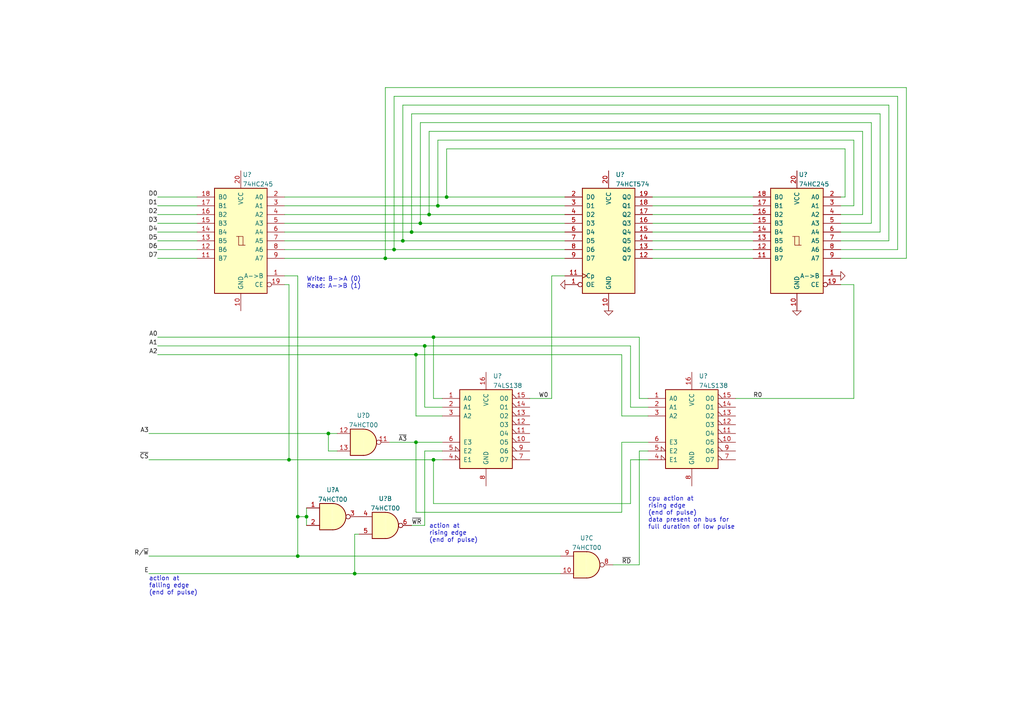
<source format=kicad_sch>
(kicad_sch (version 20211123) (generator eeschema)
  (paper "A4")
  (lib_symbols
    (symbol "74xx:74HC245" (pin_names (offset 1.016))
      (property "Reference" "U" (at -7.62 16.51 0))
      (property "Value" "74HC245" (at -7.62 -16.51 0))
      (symbol "74HC245_1_0"
        (polyline (pts (xy -0.635 -1.27) (xy -0.635 1.27) (xy 0.635 1.27)))
        (polyline (pts (xy -1.27 -1.27) (xy 0.635 -1.27) (xy 0.635 1.27) (xy 1.27 1.27)))
        (pin input line (at -12.7 -10.16 0) (length 5.08) (name "A->B") (number "1"))
        (pin power_in line (at 0 -20.32 90) (length 5.08) (name "GND") (number "10"))
        (pin tri_state line (at 12.7 -5.08 180) (length 5.08) (name "B7") (number "11"))
        (pin tri_state line (at 12.7 -2.54 180) (length 5.08) (name "B6") (number "12"))
        (pin tri_state line (at 12.7 0 180) (length 5.08) (name "B5") (number "13"))
        (pin tri_state line (at 12.7 2.54 180) (length 5.08) (name "B4") (number "14"))
        (pin tri_state line (at 12.7 5.08 180) (length 5.08) (name "B3") (number "15"))
        (pin tri_state line (at 12.7 7.62 180) (length 5.08) (name "B2") (number "16"))
        (pin tri_state line (at 12.7 10.16 180) (length 5.08) (name "B1") (number "17"))
        (pin tri_state line (at 12.7 12.7 180) (length 5.08) (name "B0") (number "18"))
        (pin input inverted (at -12.7 -12.7 0) (length 5.08) (name "CE") (number "19"))
        (pin tri_state line (at -12.7 12.7 0) (length 5.08) (name "A0") (number "2"))
        (pin power_in line (at 0 20.32 270) (length 5.08) (name "VCC") (number "20"))
        (pin tri_state line (at -12.7 10.16 0) (length 5.08) (name "A1") (number "3"))
        (pin tri_state line (at -12.7 7.62 0) (length 5.08) (name "A2") (number "4"))
        (pin tri_state line (at -12.7 5.08 0) (length 5.08) (name "A3") (number "5"))
        (pin tri_state line (at -12.7 2.54 0) (length 5.08) (name "A4") (number "6"))
        (pin tri_state line (at -12.7 0 0) (length 5.08) (name "A5") (number "7"))
        (pin tri_state line (at -12.7 -2.54 0) (length 5.08) (name "A6") (number "8"))
        (pin tri_state line (at -12.7 -5.08 0) (length 5.08) (name "A7") (number "9"))
      )
      (symbol "74HC245_1_1"
        (rectangle (start -7.62 15.24) (end 7.62 -15.24) (stroke (width 0.254)) (fill (type background)))
      )
    )
    (symbol "74xx:74HCT00" (pin_names (offset 1.016))
      (property "Reference" "U" (at 0 1.27 0))
      (property "Value" "74HCT00" (at 0 -1.27 0))
      (symbol "74HCT00_1_1"
        (arc (start 0 -3.81) (mid 3.81 0) (end 0 3.81) (stroke (width 0.254)) (fill (type background)))
        (polyline (pts (xy 0 3.81) (xy -3.81 3.81) (xy -3.81 -3.81) (xy 0 -3.81)) (stroke (width 0.254)) (fill (type background)))
        (pin input line (at -7.62 2.54 0) (length 3.81) (name "~") (number "1"))
        (pin input line (at -7.62 -2.54 0) (length 3.81) (name "~") (number "2"))
        (pin output inverted (at 7.62 0 180) (length 3.81) (name "~") (number "3"))
      )
      (symbol "74HCT00_1_2"
        (arc (start -3.81 -3.81) (mid -2.589 0) (end -3.81 3.81) (stroke (width 0.254)))
        (arc (start -0.6096 -3.81) (mid 2.1842 -2.5851) (end 3.81 0) (stroke (width 0.254)) (fill (type background)))
        (polyline (pts (xy -3.81 -3.81) (xy -0.635 -3.81)) (stroke (width 0.254)) (fill (type background)))
        (polyline (pts (xy -3.81 3.81) (xy -0.635 3.81)) (stroke (width 0.254)) (fill (type background)))
        (polyline (pts (xy -0.635 3.81) (xy -3.81 3.81) (xy -3.81 3.81) (xy -3.556 3.4036) (xy -3.0226 2.2606) (xy -2.6924 1.0414) (xy -2.6162 -0.254) (xy -2.7686 -1.4986) (xy -3.175 -2.7178) (xy -3.81 -3.81) (xy -3.81 -3.81) (xy -0.635 -3.81)) (stroke (width -25.4)) (fill (type background)))
        (arc (start 3.81 0) (mid 2.1915 2.5936) (end -0.6096 3.81) (stroke (width 0.254)) (fill (type background)))
        (pin input inverted (at -7.62 2.54 0) (length 4.318) (name "~") (number "1"))
        (pin input inverted (at -7.62 -2.54 0) (length 4.318) (name "~") (number "2"))
        (pin output line (at 7.62 0 180) (length 3.81) (name "~") (number "3"))
      )
      (symbol "74HCT00_2_1"
        (arc (start 0 -3.81) (mid 3.81 0) (end 0 3.81) (stroke (width 0.254)) (fill (type background)))
        (polyline (pts (xy 0 3.81) (xy -3.81 3.81) (xy -3.81 -3.81) (xy 0 -3.81)) (stroke (width 0.254)) (fill (type background)))
        (pin input line (at -7.62 2.54 0) (length 3.81) (name "~") (number "4"))
        (pin input line (at -7.62 -2.54 0) (length 3.81) (name "~") (number "5"))
        (pin output inverted (at 7.62 0 180) (length 3.81) (name "~") (number "6"))
      )
      (symbol "74HCT00_2_2"
        (arc (start -3.81 -3.81) (mid -2.589 0) (end -3.81 3.81) (stroke (width 0.254)))
        (arc (start -0.6096 -3.81) (mid 2.1842 -2.5851) (end 3.81 0) (stroke (width 0.254)) (fill (type background)))
        (polyline (pts (xy -3.81 -3.81) (xy -0.635 -3.81)) (stroke (width 0.254)) (fill (type background)))
        (polyline (pts (xy -3.81 3.81) (xy -0.635 3.81)) (stroke (width 0.254)) (fill (type background)))
        (polyline (pts (xy -0.635 3.81) (xy -3.81 3.81) (xy -3.81 3.81) (xy -3.556 3.4036) (xy -3.0226 2.2606) (xy -2.6924 1.0414) (xy -2.6162 -0.254) (xy -2.7686 -1.4986) (xy -3.175 -2.7178) (xy -3.81 -3.81) (xy -3.81 -3.81) (xy -0.635 -3.81)) (stroke (width -25.4)) (fill (type background)))
        (arc (start 3.81 0) (mid 2.1915 2.5936) (end -0.6096 3.81) (stroke (width 0.254)) (fill (type background)))
        (pin input inverted (at -7.62 2.54 0) (length 4.318) (name "~") (number "4"))
        (pin input inverted (at -7.62 -2.54 0) (length 4.318) (name "~") (number "5"))
        (pin output line (at 7.62 0 180) (length 3.81) (name "~") (number "6"))
      )
      (symbol "74HCT00_3_1"
        (arc (start 0 -3.81) (mid 3.81 0) (end 0 3.81) (stroke (width 0.254)) (fill (type background)))
        (polyline (pts (xy 0 3.81) (xy -3.81 3.81) (xy -3.81 -3.81) (xy 0 -3.81)) (stroke (width 0.254)) (fill (type background)))
        (pin input line (at -7.62 -2.54 0) (length 3.81) (name "~") (number "10"))
        (pin output inverted (at 7.62 0 180) (length 3.81) (name "~") (number "8"))
        (pin input line (at -7.62 2.54 0) (length 3.81) (name "~") (number "9"))
      )
      (symbol "74HCT00_3_2"
        (arc (start -3.81 -3.81) (mid -2.589 0) (end -3.81 3.81) (stroke (width 0.254)))
        (arc (start -0.6096 -3.81) (mid 2.1842 -2.5851) (end 3.81 0) (stroke (width 0.254)) (fill (type background)))
        (polyline (pts (xy -3.81 -3.81) (xy -0.635 -3.81)) (stroke (width 0.254)) (fill (type background)))
        (polyline (pts (xy -3.81 3.81) (xy -0.635 3.81)) (stroke (width 0.254)) (fill (type background)))
        (polyline (pts (xy -0.635 3.81) (xy -3.81 3.81) (xy -3.81 3.81) (xy -3.556 3.4036) (xy -3.0226 2.2606) (xy -2.6924 1.0414) (xy -2.6162 -0.254) (xy -2.7686 -1.4986) (xy -3.175 -2.7178) (xy -3.81 -3.81) (xy -3.81 -3.81) (xy -0.635 -3.81)) (stroke (width -25.4)) (fill (type background)))
        (arc (start 3.81 0) (mid 2.1915 2.5936) (end -0.6096 3.81) (stroke (width 0.254)) (fill (type background)))
        (pin input inverted (at -7.62 -2.54 0) (length 4.318) (name "~") (number "10"))
        (pin output line (at 7.62 0 180) (length 3.81) (name "~") (number "8"))
        (pin input inverted (at -7.62 2.54 0) (length 4.318) (name "~") (number "9"))
      )
      (symbol "74HCT00_4_1"
        (arc (start 0 -3.81) (mid 3.81 0) (end 0 3.81) (stroke (width 0.254)) (fill (type background)))
        (polyline (pts (xy 0 3.81) (xy -3.81 3.81) (xy -3.81 -3.81) (xy 0 -3.81)) (stroke (width 0.254)) (fill (type background)))
        (pin output inverted (at 7.62 0 180) (length 3.81) (name "~") (number "11"))
        (pin input line (at -7.62 2.54 0) (length 3.81) (name "~") (number "12"))
        (pin input line (at -7.62 -2.54 0) (length 3.81) (name "~") (number "13"))
      )
      (symbol "74HCT00_4_2"
        (arc (start -3.81 -3.81) (mid -2.589 0) (end -3.81 3.81) (stroke (width 0.254)))
        (arc (start -0.6096 -3.81) (mid 2.1842 -2.5851) (end 3.81 0) (stroke (width 0.254)) (fill (type background)))
        (polyline (pts (xy -3.81 -3.81) (xy -0.635 -3.81)) (stroke (width 0.254)) (fill (type background)))
        (polyline (pts (xy -3.81 3.81) (xy -0.635 3.81)) (stroke (width 0.254)) (fill (type background)))
        (polyline (pts (xy -0.635 3.81) (xy -3.81 3.81) (xy -3.81 3.81) (xy -3.556 3.4036) (xy -3.0226 2.2606) (xy -2.6924 1.0414) (xy -2.6162 -0.254) (xy -2.7686 -1.4986) (xy -3.175 -2.7178) (xy -3.81 -3.81) (xy -3.81 -3.81) (xy -0.635 -3.81)) (stroke (width -25.4)) (fill (type background)))
        (arc (start 3.81 0) (mid 2.1915 2.5936) (end -0.6096 3.81) (stroke (width 0.254)) (fill (type background)))
        (pin output line (at 7.62 0 180) (length 3.81) (name "~") (number "11"))
        (pin input inverted (at -7.62 2.54 0) (length 4.318) (name "~") (number "12"))
        (pin input inverted (at -7.62 -2.54 0) (length 4.318) (name "~") (number "13"))
      )
      (symbol "74HCT00_5_0"
        (pin power_in line (at 0 12.7 270) (length 5.08) (name "VCC") (number "14"))
        (pin power_in line (at 0 -12.7 90) (length 5.08) (name "GND") (number "7"))
      )
      (symbol "74HCT00_5_1"
        (rectangle (start -5.08 7.62) (end 5.08 -7.62) (stroke (width 0.254)) (fill (type background)))
      )
    )
    (symbol "74xx:74HCT574" (pin_names (offset 1.016))
      (property "Reference" "U" (at -7.62 16.51 0))
      (property "Value" "74HCT574" (at -7.62 -16.51 0))
      (symbol "74HCT574_1_0"
        (pin input inverted (at -12.7 -12.7 0) (length 5.08) (name "OE") (number "1"))
        (pin power_in line (at 0 -20.32 90) (length 5.08) (name "GND") (number "10"))
        (pin input clock (at -12.7 -10.16 0) (length 5.08) (name "Cp") (number "11"))
        (pin tri_state line (at 12.7 -5.08 180) (length 5.08) (name "Q7") (number "12"))
        (pin tri_state line (at 12.7 -2.54 180) (length 5.08) (name "Q6") (number "13"))
        (pin tri_state line (at 12.7 0 180) (length 5.08) (name "Q5") (number "14"))
        (pin tri_state line (at 12.7 2.54 180) (length 5.08) (name "Q4") (number "15"))
        (pin tri_state line (at 12.7 5.08 180) (length 5.08) (name "Q3") (number "16"))
        (pin tri_state line (at 12.7 7.62 180) (length 5.08) (name "Q2") (number "17"))
        (pin tri_state line (at 12.7 10.16 180) (length 5.08) (name "Q1") (number "18"))
        (pin tri_state line (at 12.7 12.7 180) (length 5.08) (name "Q0") (number "19"))
        (pin input line (at -12.7 12.7 0) (length 5.08) (name "D0") (number "2"))
        (pin power_in line (at 0 20.32 270) (length 5.08) (name "VCC") (number "20"))
        (pin input line (at -12.7 10.16 0) (length 5.08) (name "D1") (number "3"))
        (pin input line (at -12.7 7.62 0) (length 5.08) (name "D2") (number "4"))
        (pin input line (at -12.7 5.08 0) (length 5.08) (name "D3") (number "5"))
        (pin input line (at -12.7 2.54 0) (length 5.08) (name "D4") (number "6"))
        (pin input line (at -12.7 0 0) (length 5.08) (name "D5") (number "7"))
        (pin input line (at -12.7 -2.54 0) (length 5.08) (name "D6") (number "8"))
        (pin input line (at -12.7 -5.08 0) (length 5.08) (name "D7") (number "9"))
      )
      (symbol "74HCT574_1_1"
        (rectangle (start -7.62 15.24) (end 7.62 -15.24) (stroke (width 0.254)) (fill (type background)))
      )
    )
    (symbol "74xx:74LS138" (pin_names (offset 1.016))
      (property "Reference" "U" (at -7.62 11.43 0))
      (property "Value" "74LS138" (at -7.62 -13.97 0))
      (symbol "74LS138_1_0"
        (pin input line (at -12.7 7.62 0) (length 5.08) (name "A0") (number "1"))
        (pin output output_low (at 12.7 -5.08 180) (length 5.08) (name "O5") (number "10"))
        (pin output output_low (at 12.7 -2.54 180) (length 5.08) (name "O4") (number "11"))
        (pin output output_low (at 12.7 0 180) (length 5.08) (name "O3") (number "12"))
        (pin output output_low (at 12.7 2.54 180) (length 5.08) (name "O2") (number "13"))
        (pin output output_low (at 12.7 5.08 180) (length 5.08) (name "O1") (number "14"))
        (pin output output_low (at 12.7 7.62 180) (length 5.08) (name "O0") (number "15"))
        (pin power_in line (at 0 15.24 270) (length 5.08) (name "VCC") (number "16"))
        (pin input line (at -12.7 5.08 0) (length 5.08) (name "A1") (number "2"))
        (pin input line (at -12.7 2.54 0) (length 5.08) (name "A2") (number "3"))
        (pin input input_low (at -12.7 -10.16 0) (length 5.08) (name "E1") (number "4"))
        (pin input input_low (at -12.7 -7.62 0) (length 5.08) (name "E2") (number "5"))
        (pin input line (at -12.7 -5.08 0) (length 5.08) (name "E3") (number "6"))
        (pin output output_low (at 12.7 -10.16 180) (length 5.08) (name "O7") (number "7"))
        (pin power_in line (at 0 -17.78 90) (length 5.08) (name "GND") (number "8"))
        (pin output output_low (at 12.7 -7.62 180) (length 5.08) (name "O6") (number "9"))
      )
      (symbol "74LS138_1_1"
        (rectangle (start -7.62 10.16) (end 7.62 -12.7) (stroke (width 0.254)) (fill (type background)))
      )
    )
    (symbol "f4grx_passive:GND" (power) (pin_names (offset 0))
      (symbol "GND_0_1"
        (polyline (pts (xy -1.27 0) (xy 0 -1.27) (xy 1.27 0) (xy -1.27 0)))
      )
      (symbol "GND_1_1"
        (pin power_in line (at 0 0 90) (length 0) hide (name "GND") (number "1"))
      )
    )
  )
  (junction (at 86.36 149.86))
  (junction (at 120.65 128.27))
  (junction (at 116.84 69.85))
  (junction (at 102.87 166.37))
  (junction (at 111.76 74.93))
  (junction (at 120.65 102.87))
  (junction (at 83.82 133.35))
  (junction (at 88.9 149.86))
  (junction (at 127 59.69))
  (junction (at 119.38 67.31))
  (junction (at 123.19 100.33))
  (junction (at 114.3 72.39))
  (junction (at 125.73 133.35))
  (junction (at 121.92 64.77))
  (junction (at 86.36 161.29))
  (junction (at 95.25 125.73))
  (junction (at 129.54 57.15))
  (junction (at 124.46 62.23))
  (junction (at 125.73 97.79))
  (wire (pts (xy 43.18 133.35) (xy 83.82 133.35)))
  (wire (pts (xy 243.84 59.69) (xy 247.65 59.69)))
  (wire (pts (xy 125.73 133.35) (xy 125.73 146.05)))
  (wire (pts (xy 180.34 120.65) (xy 180.34 102.87)))
  (wire (pts (xy 189.23 67.31) (xy 218.44 67.31)))
  (wire (pts (xy 86.36 149.86) (xy 86.36 161.29)))
  (wire (pts (xy 82.55 62.23) (xy 124.46 62.23)))
  (wire (pts (xy 83.82 82.55) (xy 83.82 133.35)))
  (wire (pts (xy 177.8 163.83) (xy 185.42 163.83)))
  (wire (pts (xy 180.34 102.87) (xy 120.65 102.87)))
  (wire (pts (xy 262.89 74.93) (xy 262.89 25.4)))
  (wire (pts (xy 160.02 115.57) (xy 160.02 80.01)))
  (wire (pts (xy 189.23 57.15) (xy 218.44 57.15)))
  (wire (pts (xy 247.65 40.64) (xy 127 40.64)))
  (wire (pts (xy 128.27 133.35) (xy 125.73 133.35)))
  (wire (pts (xy 243.84 72.39) (xy 260.35 72.39)))
  (wire (pts (xy 182.88 118.11) (xy 182.88 100.33)))
  (wire (pts (xy 250.19 38.1) (xy 124.46 38.1)))
  (wire (pts (xy 111.76 25.4) (xy 111.76 74.93)))
  (wire (pts (xy 187.96 118.11) (xy 182.88 118.11)))
  (wire (pts (xy 82.55 59.69) (xy 127 59.69)))
  (wire (pts (xy 119.38 67.31) (xy 163.83 67.31)))
  (wire (pts (xy 45.72 74.93) (xy 57.15 74.93)))
  (wire (pts (xy 82.55 80.01) (xy 86.36 80.01)))
  (wire (pts (xy 43.18 166.37) (xy 102.87 166.37)))
  (wire (pts (xy 120.65 128.27) (xy 128.27 128.27)))
  (wire (pts (xy 245.11 57.15) (xy 243.84 57.15)))
  (wire (pts (xy 187.96 120.65) (xy 180.34 120.65)))
  (wire (pts (xy 243.84 82.55) (xy 247.65 82.55)))
  (wire (pts (xy 189.23 69.85) (xy 218.44 69.85)))
  (wire (pts (xy 111.76 74.93) (xy 163.83 74.93)))
  (wire (pts (xy 125.73 97.79) (xy 185.42 97.79)))
  (wire (pts (xy 82.55 67.31) (xy 119.38 67.31)))
  (wire (pts (xy 116.84 69.85) (xy 163.83 69.85)))
  (wire (pts (xy 120.65 128.27) (xy 120.65 148.59)))
  (wire (pts (xy 88.9 149.86) (xy 88.9 152.4)))
  (wire (pts (xy 86.36 161.29) (xy 162.56 161.29)))
  (wire (pts (xy 121.92 35.56) (xy 121.92 64.77)))
  (wire (pts (xy 127 59.69) (xy 163.83 59.69)))
  (wire (pts (xy 255.27 33.02) (xy 119.38 33.02)))
  (wire (pts (xy 102.87 166.37) (xy 162.56 166.37)))
  (wire (pts (xy 124.46 62.23) (xy 163.83 62.23)))
  (wire (pts (xy 88.9 147.32) (xy 88.9 149.86)))
  (wire (pts (xy 127 40.64) (xy 127 59.69)))
  (wire (pts (xy 182.88 100.33) (xy 123.19 100.33)))
  (wire (pts (xy 123.19 130.81) (xy 123.19 152.4)))
  (wire (pts (xy 243.84 74.93) (xy 262.89 74.93)))
  (wire (pts (xy 250.19 62.23) (xy 250.19 38.1)))
  (wire (pts (xy 182.88 133.35) (xy 187.96 133.35)))
  (wire (pts (xy 95.25 125.73) (xy 95.25 130.81)))
  (wire (pts (xy 243.84 62.23) (xy 250.19 62.23)))
  (wire (pts (xy 243.84 69.85) (xy 257.81 69.85)))
  (wire (pts (xy 247.65 115.57) (xy 247.65 82.55)))
  (wire (pts (xy 247.65 59.69) (xy 247.65 40.64)))
  (wire (pts (xy 125.73 115.57) (xy 128.27 115.57)))
  (wire (pts (xy 189.23 64.77) (xy 218.44 64.77)))
  (wire (pts (xy 180.34 148.59) (xy 180.34 128.27)))
  (wire (pts (xy 45.72 67.31) (xy 57.15 67.31)))
  (wire (pts (xy 116.84 30.48) (xy 116.84 69.85)))
  (wire (pts (xy 185.42 163.83) (xy 185.42 130.81)))
  (wire (pts (xy 123.19 118.11) (xy 128.27 118.11)))
  (wire (pts (xy 129.54 43.18) (xy 245.11 43.18)))
  (wire (pts (xy 123.19 100.33) (xy 123.19 118.11)))
  (wire (pts (xy 260.35 72.39) (xy 260.35 27.94)))
  (wire (pts (xy 86.36 149.86) (xy 88.9 149.86)))
  (wire (pts (xy 104.14 154.94) (xy 102.87 154.94)))
  (wire (pts (xy 43.18 125.73) (xy 95.25 125.73)))
  (wire (pts (xy 45.72 72.39) (xy 57.15 72.39)))
  (wire (pts (xy 45.72 62.23) (xy 57.15 62.23)))
  (wire (pts (xy 43.18 161.29) (xy 86.36 161.29)))
  (wire (pts (xy 82.55 64.77) (xy 121.92 64.77)))
  (wire (pts (xy 120.65 120.65) (xy 128.27 120.65)))
  (wire (pts (xy 260.35 27.94) (xy 114.3 27.94)))
  (wire (pts (xy 243.84 64.77) (xy 252.73 64.77)))
  (wire (pts (xy 252.73 35.56) (xy 121.92 35.56)))
  (wire (pts (xy 45.72 69.85) (xy 57.15 69.85)))
  (wire (pts (xy 129.54 57.15) (xy 163.83 57.15)))
  (wire (pts (xy 114.3 72.39) (xy 163.83 72.39)))
  (wire (pts (xy 262.89 25.4) (xy 111.76 25.4)))
  (wire (pts (xy 245.11 43.18) (xy 245.11 57.15)))
  (wire (pts (xy 82.55 69.85) (xy 116.84 69.85)))
  (wire (pts (xy 113.03 128.27) (xy 120.65 128.27)))
  (wire (pts (xy 128.27 130.81) (xy 123.19 130.81)))
  (wire (pts (xy 125.73 97.79) (xy 125.73 115.57)))
  (wire (pts (xy 187.96 115.57) (xy 185.42 115.57)))
  (wire (pts (xy 86.36 80.01) (xy 86.36 149.86)))
  (wire (pts (xy 82.55 82.55) (xy 83.82 82.55)))
  (wire (pts (xy 255.27 67.31) (xy 255.27 33.02)))
  (wire (pts (xy 182.88 146.05) (xy 182.88 133.35)))
  (wire (pts (xy 257.81 30.48) (xy 116.84 30.48)))
  (wire (pts (xy 257.81 69.85) (xy 257.81 30.48)))
  (wire (pts (xy 185.42 115.57) (xy 185.42 97.79)))
  (wire (pts (xy 45.72 59.69) (xy 57.15 59.69)))
  (wire (pts (xy 45.72 100.33) (xy 123.19 100.33)))
  (wire (pts (xy 160.02 80.01) (xy 163.83 80.01)))
  (wire (pts (xy 213.36 115.57) (xy 247.65 115.57)))
  (wire (pts (xy 189.23 74.93) (xy 218.44 74.93)))
  (wire (pts (xy 45.72 57.15) (xy 57.15 57.15)))
  (wire (pts (xy 252.73 64.77) (xy 252.73 35.56)))
  (wire (pts (xy 189.23 72.39) (xy 218.44 72.39)))
  (wire (pts (xy 95.25 130.81) (xy 97.79 130.81)))
  (wire (pts (xy 189.23 62.23) (xy 218.44 62.23)))
  (wire (pts (xy 160.02 115.57) (xy 153.67 115.57)))
  (wire (pts (xy 189.23 59.69) (xy 218.44 59.69)))
  (wire (pts (xy 82.55 57.15) (xy 129.54 57.15)))
  (wire (pts (xy 45.72 97.79) (xy 125.73 97.79)))
  (wire (pts (xy 114.3 27.94) (xy 114.3 72.39)))
  (wire (pts (xy 125.73 146.05) (xy 182.88 146.05)))
  (wire (pts (xy 124.46 38.1) (xy 124.46 62.23)))
  (wire (pts (xy 97.79 125.73) (xy 95.25 125.73)))
  (wire (pts (xy 45.72 102.87) (xy 120.65 102.87)))
  (wire (pts (xy 45.72 64.77) (xy 57.15 64.77)))
  (wire (pts (xy 243.84 67.31) (xy 255.27 67.31)))
  (wire (pts (xy 82.55 74.93) (xy 111.76 74.93)))
  (wire (pts (xy 121.92 64.77) (xy 163.83 64.77)))
  (wire (pts (xy 120.65 148.59) (xy 180.34 148.59)))
  (wire (pts (xy 119.38 33.02) (xy 119.38 67.31)))
  (wire (pts (xy 129.54 57.15) (xy 129.54 43.18)))
  (wire (pts (xy 119.38 152.4) (xy 123.19 152.4)))
  (wire (pts (xy 82.55 72.39) (xy 114.3 72.39)))
  (wire (pts (xy 83.82 133.35) (xy 125.73 133.35)))
  (wire (pts (xy 120.65 102.87) (xy 120.65 120.65)))
  (wire (pts (xy 180.34 128.27) (xy 187.96 128.27)))
  (wire (pts (xy 102.87 154.94) (xy 102.87 166.37)))
  (wire (pts (xy 185.42 130.81) (xy 187.96 130.81)))
  (text "cpu action at\nrising edge\n(end of pulse)\ndata present on bus for \nfull duration of low pulse" (at 187.96 153.67 0) (effects (font (size 1.27 1.27)) (justify left bottom)))
  (text "Write: B->A (0)\nRead: A->B (1)" (at 88.9 83.82 0) (effects (font (size 1.27 1.27)) (justify left bottom)))
  (text "action at\nfalling edge\n(end of pulse)" (at 43.18 172.72 0) (effects (font (size 1.27 1.27)) (justify left bottom)))
  (text "action at\nrising edge\n(end of pulse)" (at 124.46 157.48 0) (effects (font (size 1.27 1.27)) (justify left bottom)))
  (label "D4" (at 45.72 67.31 180))
  (label "R{slash}~{W}" (at 43.18 161.29 180))
  (label "D3" (at 45.72 64.77 180))
  (label "~{CS}" (at 43.18 133.35 180))
  (label "A3" (at 43.18 125.73 180))
  (label "A0" (at 45.72 97.79 180))
  (label "~{RD}" (at 180.34 163.83 0))
  (label "D1" (at 45.72 59.69 180))
  (label "D6" (at 45.72 72.39 180))
  (label "A2" (at 45.72 102.87 180))
  (label "D2" (at 45.72 62.23 180))
  (label "A1" (at 45.72 100.33 180))
  (label "E" (at 43.18 166.37 180))
  (label "D7" (at 45.72 74.93 180))
  (label "~{A3}" (at 115.57 128.27 0))
  (label "~{WR}" (at 119.38 152.4 0))
  (label "W0" (at 156.21 115.57 0))
  (label "R0" (at 218.44 115.57 0))
  (label "D0" (at 45.72 57.15 180))
  (label "D5" (at 45.72 69.85 180))
  (symbol (lib_id "74xx:74HC245") (at 69.85 69.85 0) (mirror y) (unit 1)
    (property "Reference" "U?" (at 70.3706 50.6435 0) (effects (justify right)))
    (property "Value" "74HC245" (at 70.3706 53.4186 0) (effects (justify right)))
    (property "Datasheet" "http://www.ti.com/lit/gpn/sn74HC245" (effects hide))
  )
  (symbol (lib_id "74xx:74HCT00") (at 105.41 128.27 0) (unit 4)
    (property "Reference" "U?" (at 105.41 120.4935 0))
    (property "Value" "74HCT00" (at 105.41 123.2686 0))
    (property "Datasheet" "http://www.ti.com/lit/gpn/sn74hct00" (effects hide))
  )
  (symbol (lib_id "74xx:74HCT00") (at 170.18 163.83 0) (unit 3)
    (property "Reference" "U?" (at 170.18 156.0535 0))
    (property "Value" "74HCT00" (at 170.18 158.8286 0))
    (property "Datasheet" "http://www.ti.com/lit/gpn/sn74hct00" (effects hide))
  )
  (symbol (lib_id "74xx:74HCT00") (at 111.76 152.4 0) (unit 2)
    (property "Reference" "U?" (at 111.76 144.6235 0))
    (property "Value" "74HCT00" (at 111.76 147.3986 0))
    (property "Datasheet" "http://www.ti.com/lit/gpn/sn74hct00" (effects hide))
  )
  (symbol (lib_id "74xx:74HCT00") (at 96.52 149.86 0) (unit 1)
    (property "Reference" "U?" (at 96.52 142.0835 0))
    (property "Value" "74HCT00" (at 96.52 144.8586 0))
    (property "Datasheet" "http://www.ti.com/lit/gpn/sn74hct00" (effects hide))
  )
  (symbol (lib_id "f4grx_passive:GND") (at 176.53 90.17 0) (unit 1)
    (property "Reference" "#PWR?" (effects hide))
    (property "Value" "GND" (effects hide))
  )
  (symbol (lib_id "74xx:74HC245") (at 231.14 69.85 0) (mirror y) (unit 1)
    (property "Reference" "U?" (at 231.6606 50.6435 0) (effects (justify right)))
    (property "Value" "74HC245" (at 231.6606 53.4186 0) (effects (justify right)))
    (property "Datasheet" "http://www.ti.com/lit/gpn/sn74HC245" (effects hide))
  )
  (symbol (lib_id "f4grx_passive:GND") (at 163.83 82.55 270) (unit 1)
    (property "Reference" "#PWR?" (effects hide))
    (property "Value" "GND" (effects hide))
  )
  (symbol (lib_id "74xx:74HCT574") (at 176.53 69.85 0) (unit 1)
    (property "Reference" "U?" (at 178.5494 50.6435 0) (effects (justify left)))
    (property "Value" "74HCT574" (at 178.5494 53.4186 0) (effects (justify left)))
    (property "Datasheet" "http://www.ti.com/lit/gpn/sn74HCT574" (effects hide))
  )
  (symbol (lib_id "74xx:74LS138") (at 140.97 123.19 0) (unit 1)
    (property "Reference" "U?" (at 142.9894 109.0635 0) (effects (justify left)))
    (property "Value" "74LS138" (at 142.9894 111.8386 0) (effects (justify left)))
    (property "Datasheet" "http://www.ti.com/lit/gpn/sn74LS138" (effects hide))
  )
  (symbol (lib_id "f4grx_passive:GND") (at 243.84 80.01 90) (unit 1)
    (property "Reference" "#PWR?" (effects hide))
    (property "Value" "GND" (effects hide))
  )
  (symbol (lib_id "74xx:74LS138") (at 200.66 123.19 0) (unit 1)
    (property "Reference" "U?" (at 202.6794 109.0635 0) (effects (justify left)))
    (property "Value" "74LS138" (at 202.6794 111.8386 0) (effects (justify left)))
    (property "Datasheet" "http://www.ti.com/lit/gpn/sn74LS138" (effects hide))
  )
  (symbol (lib_id "f4grx_passive:GND") (at 231.14 90.17 0) (unit 1)
    (property "Reference" "#PWR?" (effects hide))
    (property "Value" "GND" (effects hide))
  )
)
</source>
